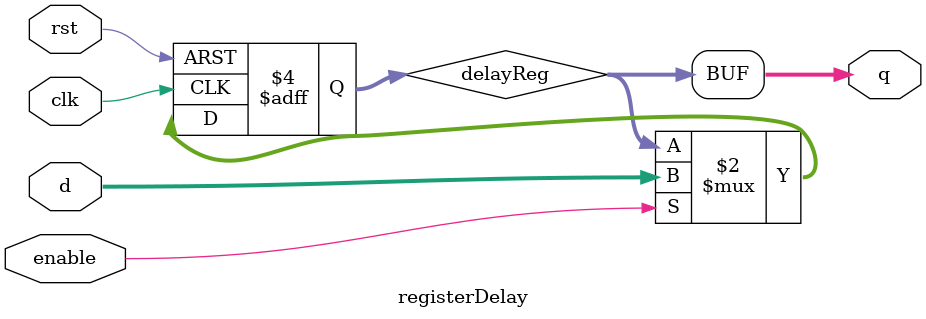
<source format=v>
/* Register delay
q is a registered version of d, registered 'STAGES' times.
Clock enable with 'enable'
*/

`default_nettype none

module registerDelay #(
	parameter DATA_WIDTH = 8,
	parameter STAGES = 1
)(
	input wire clk, rst, enable,
	input wire [(DATA_WIDTH-1):0] d,
	output wire [(DATA_WIDTH-1):0] q
);

	reg [DATA_WIDTH*STAGES-1:0] delayReg;
	assign q = delayReg[DATA_WIDTH-1:0];
	
	always @(posedge clk or posedge rst)
	begin
		if(rst)
		begin
			delayReg[DATA_WIDTH*STAGES-1:DATA_WIDTH*(STAGES-1)] <= {DATA_WIDTH{1'b0}};
		end
		else
		begin
			if(enable)
			begin
				delayReg[DATA_WIDTH*STAGES-1:DATA_WIDTH*(STAGES-1)] <= d;
			end
		end
	end
	
	generate
	genvar i;
		for(i = 0; i < (STAGES-1); i = i + 1)
			begin : rd_generate
				always @(posedge clk or posedge rst)
				begin
					if(rst)
					begin
						delayReg[DATA_WIDTH*(i+1)-1:DATA_WIDTH*i] <= {DATA_WIDTH*{1'b0}};
					end
					else
					begin
						if(enable)
						begin
							delayReg[DATA_WIDTH*(i+1)-1:DATA_WIDTH*i] <= delayReg[DATA_WIDTH*(i+2)-1:DATA_WIDTH*(i+1)];
						end
					end
				end
			end
	endgenerate
endmodule

`default_nettype wire
</source>
